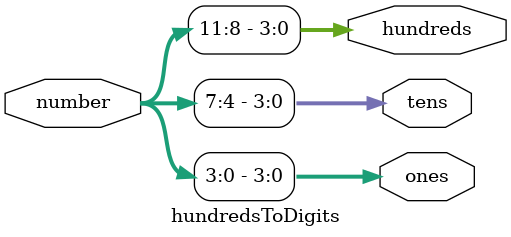
<source format=sv>


module	hundredsToDigits	(	
 
				
					input logic [11:0] number,
					output logic [3:0] ones,
					output logic [3:0] tens,
					output logic [3:0] hundreds
					
							
);

	
assign ones = number[3:0];
assign tens = number[7:4];
assign hundreds = number[11:8];

endmodule			
</source>
